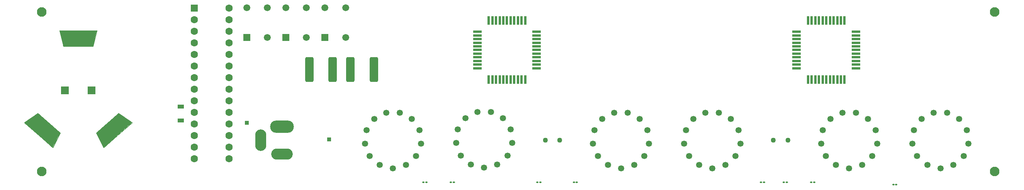
<source format=gts>
%TF.GenerationSoftware,KiCad,Pcbnew,9.0.4*%
%TF.CreationDate,2025-11-16T22:43:31-07:00*%
%TF.ProjectId,Nixie Clock ECE5930,4e697869-6520-4436-9c6f-636b20454345,rev?*%
%TF.SameCoordinates,Original*%
%TF.FileFunction,Soldermask,Top*%
%TF.FilePolarity,Negative*%
%FSLAX46Y46*%
G04 Gerber Fmt 4.6, Leading zero omitted, Abs format (unit mm)*
G04 Created by KiCad (PCBNEW 9.0.4) date 2025-11-16 22:43:31*
%MOMM*%
%LPD*%
G01*
G04 APERTURE LIST*
G04 Aperture macros list*
%AMRoundRect*
0 Rectangle with rounded corners*
0 $1 Rounding radius*
0 $2 $3 $4 $5 $6 $7 $8 $9 X,Y pos of 4 corners*
0 Add a 4 corners polygon primitive as box body*
4,1,4,$2,$3,$4,$5,$6,$7,$8,$9,$2,$3,0*
0 Add four circle primitives for the rounded corners*
1,1,$1+$1,$2,$3*
1,1,$1+$1,$4,$5*
1,1,$1+$1,$6,$7*
1,1,$1+$1,$8,$9*
0 Add four rect primitives between the rounded corners*
20,1,$1+$1,$2,$3,$4,$5,0*
20,1,$1+$1,$4,$5,$6,$7,0*
20,1,$1+$1,$6,$7,$8,$9,0*
20,1,$1+$1,$8,$9,$2,$3,0*%
G04 Aperture macros list end*
%ADD10C,0.000100*%
%ADD11C,0.001000*%
%ADD12R,0.600000X1.900000*%
%ADD13R,1.900000X0.600000*%
%ADD14RoundRect,0.102000X-0.760000X-0.760000X0.760000X-0.760000X0.760000X0.760000X-0.760000X0.760000X0*%
%ADD15C,1.346200*%
%ADD16C,2.100000*%
%ADD17RoundRect,0.100000X0.130000X0.100000X-0.130000X0.100000X-0.130000X-0.100000X0.130000X-0.100000X0*%
%ADD18RoundRect,0.100000X-0.130000X-0.100000X0.130000X-0.100000X0.130000X0.100000X-0.130000X0.100000X0*%
%ADD19R,1.498600X1.498600*%
%ADD20C,1.498600*%
%ADD21C,1.107440*%
%ADD22RoundRect,0.250000X-0.550000X-0.550000X0.550000X-0.550000X0.550000X0.550000X-0.550000X0.550000X0*%
%ADD23C,1.600000*%
%ADD24R,1.397000X0.965200*%
%ADD25RoundRect,0.250000X-0.650000X-2.450000X0.650000X-2.450000X0.650000X2.450000X-0.650000X2.450000X0*%
%ADD26O,5.204000X2.704000*%
%ADD27O,4.704000X2.454000*%
%ADD28O,2.454000X4.704000*%
%ADD29R,0.850000X0.850000*%
G04 APERTURE END LIST*
D10*
%TO.C,BT2*%
X29225200Y-50906530D02*
X32207770Y-48872070D01*
X29242700Y-50922000D02*
X32225200Y-48889000D01*
X32207770Y-48872070D02*
X37080180Y-53182810D01*
X32225200Y-48889000D02*
X37097700Y-53198300D01*
X35424350Y-56391000D02*
X29225200Y-50906530D01*
X35442700Y-56406400D02*
X29242700Y-50922000D01*
X36886500Y-30685000D02*
X45163500Y-30685000D01*
X37080180Y-53182810D02*
X35424350Y-56391000D01*
X37097700Y-53198300D02*
X35442700Y-56406400D01*
X37772200Y-34185000D02*
X36886500Y-30685000D01*
X44277800Y-34185000D02*
X37772200Y-34185000D01*
X44952300Y-53198300D02*
X46607300Y-56406400D01*
X44969820Y-53182810D02*
X49842230Y-48872070D01*
X45163500Y-30685000D02*
X44277800Y-34185000D01*
X46607300Y-56406400D02*
X52807300Y-50922000D01*
X46625650Y-56391000D02*
X44969820Y-53182810D01*
X49824800Y-48889000D02*
X44952300Y-53198300D01*
X49842230Y-48872070D02*
X52824800Y-50906530D01*
X52807300Y-50922000D02*
X49824800Y-48889000D01*
X52824800Y-50906530D02*
X46625650Y-56391000D01*
D11*
X37081820Y-53184270D02*
X35425480Y-56392000D01*
X29224100Y-50905540D01*
X32206120Y-48870610D01*
X37081820Y-53184270D01*
G36*
X37081820Y-53184270D02*
G01*
X35425480Y-56392000D01*
X29224100Y-50905540D01*
X32206120Y-48870610D01*
X37081820Y-53184270D01*
G37*
X44280000Y-34185000D02*
X37770000Y-34185000D01*
X36885000Y-30685000D01*
X45165000Y-30685000D01*
X44280000Y-34185000D01*
G36*
X44280000Y-34185000D02*
G01*
X37770000Y-34185000D01*
X36885000Y-30685000D01*
X45165000Y-30685000D01*
X44280000Y-34185000D01*
G37*
X52825900Y-50905540D02*
X46624520Y-56392000D01*
X44968180Y-53184270D01*
X49843880Y-48870610D01*
X52825900Y-50905540D01*
G36*
X52825900Y-50905540D02*
G01*
X46624520Y-56392000D01*
X44968180Y-53184270D01*
X49843880Y-48870610D01*
X52825900Y-50905540D01*
G37*
%TD*%
D12*
%TO.C,U2*%
X139000000Y-28500000D03*
X138200000Y-28500000D03*
X137400000Y-28500000D03*
X136600000Y-28500000D03*
X135800000Y-28500000D03*
X135000000Y-28500000D03*
X134200000Y-28500000D03*
X133400000Y-28500000D03*
X132600000Y-28500000D03*
X131800000Y-28500000D03*
X131000000Y-28500000D03*
D13*
X128500000Y-31000000D03*
X128500000Y-31800000D03*
X128500000Y-32600000D03*
X128500000Y-33400000D03*
X128500000Y-34200000D03*
X128500000Y-35000000D03*
X128500000Y-35800000D03*
X128500000Y-36600000D03*
X128500000Y-37400000D03*
X128500000Y-38200000D03*
X128500000Y-39000000D03*
D12*
X131000000Y-41500000D03*
X131800000Y-41500000D03*
X132600000Y-41500000D03*
X133400000Y-41500000D03*
X134200000Y-41500000D03*
X135000000Y-41500000D03*
X135800000Y-41500000D03*
X136600000Y-41500000D03*
X137400000Y-41500000D03*
X138200000Y-41500000D03*
X139000000Y-41500000D03*
D13*
X141500000Y-39000000D03*
X141500000Y-38200000D03*
X141500000Y-37400000D03*
X141500000Y-36600000D03*
X141500000Y-35800000D03*
X141500000Y-35000000D03*
X141500000Y-34200000D03*
X141500000Y-33400000D03*
X141500000Y-32600000D03*
X141500000Y-31800000D03*
X141500000Y-31000000D03*
%TD*%
D14*
%TO.C,BT2*%
X38100000Y-43815000D03*
X43950000Y-43815000D03*
%TD*%
D15*
%TO.C,N7*%
X224907300Y-58265360D03*
X235092700Y-58265360D03*
X236144260Y-55494220D03*
X235786120Y-52555440D03*
X234104640Y-50117040D03*
X231480820Y-48740360D03*
X228519180Y-48740360D03*
X225895360Y-50117040D03*
X224213880Y-52555440D03*
X223855740Y-55494220D03*
X230000000Y-60937440D03*
X232875280Y-60228780D03*
X227124720Y-60228780D03*
%TD*%
%TO.C,N3*%
X154907300Y-58265360D03*
X165092700Y-58265360D03*
X166144260Y-55494220D03*
X165786120Y-52555440D03*
X164104640Y-50117040D03*
X161480820Y-48740360D03*
X158519180Y-48740360D03*
X155895360Y-50117040D03*
X154213880Y-52555440D03*
X153855740Y-55494220D03*
X160000000Y-60937440D03*
X162875280Y-60228780D03*
X157124720Y-60228780D03*
%TD*%
D16*
%TO.C,REF\u002A\u002A*%
X241935000Y-26670000D03*
%TD*%
D17*
%TO.C,R8*%
X220320000Y-64500000D03*
X219680000Y-64500000D03*
%TD*%
D15*
%TO.C,N1*%
X104907300Y-58265360D03*
X115092700Y-58265360D03*
X116144260Y-55494220D03*
X115786120Y-52555440D03*
X114104640Y-50117040D03*
X111480820Y-48740360D03*
X108519180Y-48740360D03*
X105895360Y-50117040D03*
X104213880Y-52555440D03*
X103855740Y-55494220D03*
X110000000Y-60937440D03*
X112875280Y-60228780D03*
X107124720Y-60228780D03*
%TD*%
D18*
%TO.C,R11*%
X195680000Y-64000000D03*
X196320000Y-64000000D03*
%TD*%
D17*
%TO.C,R9*%
X202320000Y-64000000D03*
X201680000Y-64000000D03*
%TD*%
D19*
%TO.C,SW6*%
X95114998Y-32249751D03*
D20*
X95114998Y-25749750D03*
X99614999Y-32249751D03*
X99614999Y-25749750D03*
%TD*%
D16*
%TO.C,REF\u002A\u002A*%
X33020000Y-26670000D03*
%TD*%
D15*
%TO.C,N2*%
X124907300Y-58125360D03*
X135092700Y-58125360D03*
X136144260Y-55354220D03*
X135786120Y-52415440D03*
X134104640Y-49977040D03*
X131480820Y-48600360D03*
X128519180Y-48600360D03*
X125895360Y-49977040D03*
X124213880Y-52415440D03*
X123855740Y-55354220D03*
X130000000Y-60797440D03*
X132875280Y-60088780D03*
X127124720Y-60088780D03*
%TD*%
D17*
%TO.C,R10*%
X191320000Y-64000000D03*
X190680000Y-64000000D03*
%TD*%
D21*
%TO.C,N4*%
X143412500Y-54750000D03*
X146587500Y-54750000D03*
%TD*%
D17*
%TO.C,R5*%
X150320000Y-64000000D03*
X149680000Y-64000000D03*
%TD*%
D22*
%TO.C,U1*%
X66500000Y-25800000D03*
D23*
X66500000Y-28340000D03*
X66500000Y-30880000D03*
X66500000Y-33420000D03*
X66500000Y-35960000D03*
X66500000Y-38500000D03*
X66500000Y-41040000D03*
X66500000Y-43580000D03*
X66500000Y-46120000D03*
X66500000Y-48660000D03*
X66500000Y-51200000D03*
X66500000Y-53740000D03*
X66500000Y-56280000D03*
X66500000Y-58820000D03*
X74120000Y-58820000D03*
X74120000Y-56280000D03*
X74120000Y-53740000D03*
X74120000Y-51200000D03*
X74120000Y-48660000D03*
X74120000Y-46120000D03*
X74120000Y-43580000D03*
X74120000Y-41040000D03*
X74120000Y-38500000D03*
X74120000Y-35960000D03*
X74120000Y-33420000D03*
X74120000Y-30880000D03*
X74120000Y-28340000D03*
X74120000Y-25800000D03*
%TD*%
D24*
%TO.C,C6*%
X63500000Y-50418001D03*
X63500000Y-47371999D03*
%TD*%
D17*
%TO.C,R4*%
X142320000Y-64000000D03*
X141680000Y-64000000D03*
%TD*%
D15*
%TO.C,N6*%
X204907300Y-58265360D03*
X215092700Y-58265360D03*
X216144260Y-55494220D03*
X215786120Y-52555440D03*
X214104640Y-50117040D03*
X211480820Y-48740360D03*
X208519180Y-48740360D03*
X205895360Y-50117040D03*
X204213880Y-52555440D03*
X203855740Y-55494220D03*
X210000000Y-60937440D03*
X212875280Y-60228780D03*
X207124720Y-60228780D03*
%TD*%
D18*
%TO.C,R7*%
X116680000Y-64000000D03*
X117320000Y-64000000D03*
%TD*%
D12*
%TO.C,U3*%
X209000000Y-28500000D03*
X208200000Y-28500000D03*
X207400000Y-28500000D03*
X206600000Y-28500000D03*
X205800000Y-28500000D03*
X205000000Y-28500000D03*
X204200000Y-28500000D03*
X203400000Y-28500000D03*
X202600000Y-28500000D03*
X201800000Y-28500000D03*
X201000000Y-28500000D03*
D13*
X198500000Y-31000000D03*
X198500000Y-31800000D03*
X198500000Y-32600000D03*
X198500000Y-33400000D03*
X198500000Y-34200000D03*
X198500000Y-35000000D03*
X198500000Y-35800000D03*
X198500000Y-36600000D03*
X198500000Y-37400000D03*
X198500000Y-38200000D03*
X198500000Y-39000000D03*
D12*
X201000000Y-41500000D03*
X201800000Y-41500000D03*
X202600000Y-41500000D03*
X203400000Y-41500000D03*
X204200000Y-41500000D03*
X205000000Y-41500000D03*
X205800000Y-41500000D03*
X206600000Y-41500000D03*
X207400000Y-41500000D03*
X208200000Y-41500000D03*
X209000000Y-41500000D03*
D13*
X211500000Y-39000000D03*
X211500000Y-38200000D03*
X211500000Y-37400000D03*
X211500000Y-36600000D03*
X211500000Y-35800000D03*
X211500000Y-35000000D03*
X211500000Y-34200000D03*
X211500000Y-33400000D03*
X211500000Y-32600000D03*
X211500000Y-31800000D03*
X211500000Y-31000000D03*
%TD*%
D16*
%TO.C,REF\u002A\u002A*%
X33020000Y-61595000D03*
%TD*%
D25*
%TO.C,C5*%
X91674000Y-39243000D03*
X96774000Y-39243000D03*
%TD*%
D15*
%TO.C,N5*%
X174907300Y-58265360D03*
X185092700Y-58265360D03*
X186144260Y-55494220D03*
X185786120Y-52555440D03*
X184104640Y-50117040D03*
X181480820Y-48740360D03*
X178519180Y-48740360D03*
X175895360Y-50117040D03*
X174213880Y-52555440D03*
X173855740Y-55494220D03*
X180000000Y-60937440D03*
X182875280Y-60228780D03*
X177124720Y-60228780D03*
%TD*%
D19*
%TO.C,SW4*%
X77939000Y-32249751D03*
D20*
X77939000Y-25749750D03*
X82439001Y-32249751D03*
X82439001Y-25749750D03*
%TD*%
D16*
%TO.C,REF\u002A\u002A*%
X241935000Y-61595000D03*
%TD*%
D17*
%TO.C,R6*%
X123320000Y-64000000D03*
X122680000Y-64000000D03*
%TD*%
D19*
%TO.C,SW5*%
X86526999Y-32249751D03*
D20*
X86526999Y-25749750D03*
X91027000Y-32249751D03*
X91027000Y-25749750D03*
%TD*%
D21*
%TO.C,N8*%
X193412500Y-54750000D03*
X196587500Y-54750000D03*
%TD*%
D25*
%TO.C,C4*%
X100701000Y-39243000D03*
X105801000Y-39243000D03*
%TD*%
D26*
%TO.C,J2*%
X85725000Y-51785000D03*
D27*
X85725000Y-57785000D03*
D28*
X81025000Y-54785000D03*
%TD*%
D29*
%TO.C,J3*%
X95990000Y-54610000D03*
%TD*%
%TO.C,J1*%
X78000000Y-51000000D03*
%TD*%
M02*

</source>
